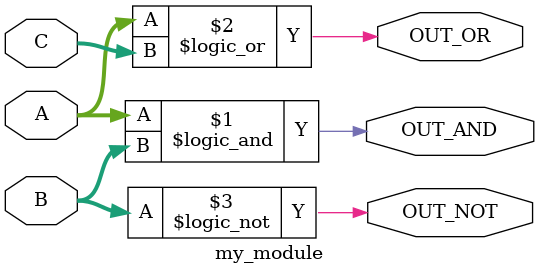
<source format=v>
`timescale 1ns / 1ps


module my_module(
    input [3:0] A,
    input [3:0] B,
    input [3:0] C,
    output OUT_AND,
    output OUT_OR,
//    output OUT_XOR,
    output OUT_NOT
    );
assign OUT_AND = A&&B;
assign OUT_OR = A || C;
//assign OUT_XOR = A ^ B;
assign OUT_NOT = !B;

endmodule

</source>
